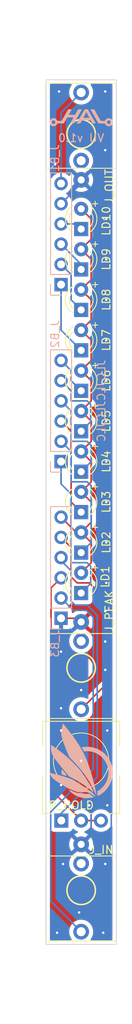
<source format=kicad_pcb>
(kicad_pcb (version 20240108) (generator "pcbnew") (generator_version "8.0")
  (title_block (rev "v1.0"))
  (layers (0 "F.Cu" signal) (31 "B.Cu" signal) (34 "B.Paste" user) (35 "F.Paste" user) (36 "B.SilkS" user "B.Silkscreen") (37 "F.SilkS" user "F.Silkscreen") (38 "B.Mask" user) (39 "F.Mask" user) (44 "Edge.Cuts" user))
  (net 0 "")
  (net 1 "GND")
  (net 2 "+5V")
  (net 3 "Net-(J_B2-Pin_6)")
  (net 4 "Net-(J_B1-Pin_1)")
  (net 5 "Net-(J_B1-Pin_2)")
  (net 6 "Net-(J_B2-Pin_1)")
  (net 7 "Net-(J_B1-Pin_4)")
  (net 8 "Net-(J_B1-Pin_3)")
  (net 9 "Net-(J_B2-Pin_2)")
  (net 10 "Net-(J_B2-Pin_3)")
  (net 11 "Net-(J_B2-Pin_4)")
  (net 12 "Net-(J_B2-Pin_5)")
  (net 13 "Net-(J_B3-Pin_4)")
  (net 14 "Net-(J_B3-Pin_3)")
  (net 16 "Net-(J_B3-Pin_5)")
  (net 17 "Net-(J_B1-Pin_6)")
  (net 19 "Net-(J_B3-Pin_2)")
  (footprint "LED_THT:LED_D3.0mm_FlatTop" (layer "F.Cu") (at 88.9 63.5 90)
    (property "Reference" "LD8" (at 1.275 3.175 90) (layer "F.SilkS"))
    (property "Value" "LED (ORANGE)")
    (pad "1" thru_hole rect (at 0 0 90) (size 1.8 1.8) (drill 0.9) (layers "*.Cu" "*.Mask") (net 5 "Net-(J_B1-Pin_2)"))
    (pad "2" thru_hole circle (at 2.54 0 90) (size 1.8 1.8) (drill 0.9) (layers "*.Cu" "*.Mask") (net 2 "+5V"))
  )
  (footprint "LED_THT:LED_D3.0mm_FlatTop" (layer "F.Cu") (at 88.9 99.065 90)
    (property "Reference" "LD1" (at 2.037 3.048 90) (layer "F.SilkS"))
    (property "Value" "LED (YELLOW)")
    (pad "1" thru_hole rect (at 0 0 90) (size 1.8 1.8) (drill 0.9) (layers "*.Cu" "*.Mask") (net 6 "Net-(J_B2-Pin_1)"))
    (pad "2" thru_hole circle (at 2.54 0 90) (size 1.8 1.8) (drill 0.9) (layers "*.Cu" "*.Mask") (net 2 "+5V"))
  )
  (footprint "LED_THT:LED_D3.0mm_FlatTop" (layer "F.Cu") (at 88.9 53.345 90)
    (property "Reference" "LD10" (at 1.021 3.175 90) (layer "F.SilkS"))
    (property "Value" "LED (RED)")
    (pad "1" thru_hole rect (at 0 0 90) (size 1.8 1.8) (drill 0.9) (layers "*.Cu" "*.Mask") (net 7 "Net-(J_B1-Pin_4)"))
    (pad "2" thru_hole circle (at 2.54 0 90) (size 1.8 1.8) (drill 0.9) (layers "*.Cu" "*.Mask") (net 2 "+5V"))
  )
  (footprint "Eurorack:PJ301M-12" (layer "F.Cu") (at 88.9 136.398 180)
    (property "Reference" "J_IN" (at -2.54 5.08 0) (layer "F.SilkS"))
    (property "Value" "PJ301M-12" (hide yes))
    (pad "GND" thru_hole circle (at 0 5.766 180) (size 2 2) (drill 0.9) (layers "*.Cu" "*.Mask") (net 1 "GND"))
    (pad "SIG" thru_hole circle (at 0 -5.207 180) (size 2 2) (drill 1.15) (layers "*.Cu" "*.Mask") (net 19 "Net-(J_B3-Pin_2)"))
    (pad "SW" thru_hole circle (at 0 3.353 180) (size 2 2) (drill 1.14) (layers "*.Cu" "*.Mask"))
    (zone (net 0) (net_name "") (layer "F.Cu") (connect_pads (clearance 0)) (min_thickness 0.254)
      (keepout (tracks not_allowed) (vias not_allowed) (pads not_allowed) (copperpour not_allowed) (footprints allowed))
      (fill (thermal_gap 0.508) (thermal_bridge_width 0.508))
      (polygon (pts (xy 87.394859 136.398) (xy 87.41507 136.643829) (xy 87.475159 136.883055) (xy 87.573514 137.109256) (xy 87.707492 137.316355) (xy 87.873496 137.49879) (xy 88.067068 137.651664) (xy 88.283008 137.770869) (xy 88.515518 137.853206) (xy 88.758354 137.896461) (xy 89.004993 137.899475) (xy 89.248813 137.862165) (xy 89.483266 137.785534) (xy 89.702054 137.67164) (xy 89.899303 137.523542) (xy 90.069714 137.345216) (xy 90.208712 137.141452) (xy 90.312564 136.917722) (xy 90.378481 136.680035) (xy 90.404692 136.434774) (xy 90.390493 136.188525) (xy 90.336266 135.947901) (xy 90.243468 135.719366) (xy 90.114589 135.509055) (xy 89.953092 135.322618) (xy 89.763313 135.165061) (xy 89.55035 135.040615) (xy 89.319921 134.952623) (xy 89.078215 134.903447) (xy 88.831722 134.894408) (xy 88.587064 134.92575) (xy 88.350809 134.99663) (xy 88.129303 135.105144) (xy 87.928495 135.248379) (xy 87.753777 135.422488) (xy 87.609842 135.622795) (xy 87.500555 135.843921) (xy 87.428851 136.079926) (xy 87.396656 136.324474)))
    )
  )
  (footprint "LED_THT:LED_D3.0mm_FlatTop" (layer "F.Cu") (at 88.9 88.9 90)
    (property "Reference" "LD3" (at 1.275 3.17 90) (layer "F.SilkS"))
    (property "Value" "LED (YELLOW)")
    (pad "1" thru_hole rect (at 0 0 90) (size 1.8 1.8) (drill 0.9) (layers "*.Cu" "*.Mask") (net 10 "Net-(J_B2-Pin_3)"))
    (pad "2" thru_hole circle (at 2.54 0 90) (size 1.8 1.8) (drill 0.9) (layers "*.Cu" "*.Mask") (net 2 "+5V"))
  )
  (footprint "LED_THT:LED_D3.0mm_FlatTop" (layer "F.Cu") (at 88.9 78.745 90)
    (property "Reference" "LD5" (at 1.275 3.175 90) (layer "F.SilkS"))
    (property "Value" "LED (YELLOW)")
    (pad "1" thru_hole rect (at 0 0 90) (size 1.8 1.8) (drill 0.9) (layers "*.Cu" "*.Mask") (net 12 "Net-(J_B2-Pin_5)"))
    (pad "2" thru_hole circle (at 2.54 0 90) (size 1.8 1.8) (drill 0.9) (layers "*.Cu" "*.Mask") (net 2 "+5V"))
  )
  (footprint "Eurorack:PJ301M-12" (layer "F.Cu") (at 88.9 41.402)
    (property "Reference" "J_OUT" (at 3.556 6.604 90) (layer "F.SilkS"))
    (property "Value" "PJ301M-12" (hide yes))
    (pad "GND" thru_hole circle (at 0 5.766) (size 2 2) (drill 0.9) (layers "*.Cu" "*.Mask") (net 1 "GND"))
    (pad "SIG" thru_hole circle (at 0 -5.207) (size 2 2) (drill 1.15) (layers "*.Cu" "*.Mask") (net 17 "Net-(J_B1-Pin_6)"))
    (pad "SW" thru_hole circle (at 0 3.353) (size 2 2) (drill 1.14) (layers "*.Cu" "*.Mask"))
    (zone (net 0) (net_name "") (layer "F.Cu") (connect_pads (clearance 0)) (min_thickness 0.254)
      (keepout (tracks not_allowed) (vias not_allowed) (pads not_allowed) (copperpour not_allowed) (footprints allowed))
      (fill (thermal_gap 0.508) (thermal_bridge_width 0.508))
      (polygon (pts (xy 90.405141 41.402) (xy 90.38493 41.156171) (xy 90.324841 40.916945) (xy 90.226486 40.690744) (xy 90.092508 40.483645) (xy 89.926504 40.30121) (xy 89.732932 40.148336) (xy 89.516992 40.029131) (xy 89.284482 39.946794) (xy 89.041646 39.903539) (xy 88.795007 39.900525) (xy 88.551187 39.937835) (xy 88.316734 40.014466) (xy 88.097946 40.12836) (xy 87.900697 40.276458) (xy 87.730286 40.454784) (xy 87.591288 40.658548) (xy 87.487436 40.882278) (xy 87.421519 41.119965) (xy 87.395308 41.365226) (xy 87.409507 41.611475) (xy 87.463734 41.852099) (xy 87.556532 42.080634) (xy 87.685411 42.290945) (xy 87.846908 42.477382) (xy 88.036687 42.634939) (xy 88.24965 42.759385) (xy 88.480079 42.847377) (xy 88.721785 42.896553) (xy 88.968278 42.905592) (xy 89.212936 42.87425) (xy 89.449191 42.80337) (xy 89.670697 42.694856) (xy 89.871505 42.551621) (xy 90.046223 42.377512) (xy 90.190158 42.177205) (xy 90.299445 41.956079) (xy 90.371149 41.720074) (xy 90.403344 41.475526)))
    )
  )
  (footprint "LED_THT:LED_D3.0mm_FlatTop" (layer "F.Cu") (at 88.9 93.985 90)
    (property "Reference" "LD2" (at 1.275 3.175 90) (layer "F.SilkS"))
    (property "Value" "LED (YELLOW)")
    (pad "1" thru_hole rect (at 0 0 90) (size 1.8 1.8) (drill 0.9) (layers "*.Cu" "*.Mask") (net 9 "Net-(J_B2-Pin_2)"))
    (pad "2" thru_hole circle (at 2.54 0 90) (size 1.8 1.8) (drill 0.9) (layers "*.Cu" "*.Mask") (net 2 "+5V"))
  )
  (footprint "LED_THT:LED_D3.0mm_FlatTop" (layer "F.Cu") (at 88.9 68.58 90)
    (property "Reference" "LD7" (at 1.275 3.17 90) (layer "F.SilkS"))
    (property "Value" "LED (ORANGE)")
    (pad "1" thru_hole rect (at 0 0 90) (size 1.8 1.8) (drill 0.9) (layers "*.Cu" "*.Mask") (net 4 "Net-(J_B1-Pin_1)"))
    (pad "2" thru_hole circle (at 2.54 0 90) (size 1.8 1.8) (drill 0.9) (layers "*.Cu" "*.Mask") (net 2 "+5V"))
  )
  (footprint "Eurorack:Potentiometer Alpha RD901F-40-00D NoSides" (layer "F.Cu") (at 88.9 120.145 90)
    (property "Reference" "P_HOLD" (at -5.585 -1.2352 0) (layer "F.SilkS"))
    (property "Value" "A1M" (hide yes))
    (pad "1" thru_hole rect (at -7.5 -2.5052 180) (size 1.8 1.8) (drill 1) (layers "*.Cu" "*.Mask") (net 13 "Net-(J_B3-Pin_4)"))
    (pad "2" thru_hole circle (at -7.5 -0.0052 180) (size 1.8 1.8) (drill 1) (layers "*.Cu" "*.Mask") (net 14 "Net-(J_B3-Pin_3)"))
    (pad "3" thru_hole circle (at -7.5 2.4948 180) (size 1.8 1.8) (drill 1) (layers "*.Cu" "*.Mask") (net 14 "Net-(J_B3-Pin_3)"))
  )
  (footprint "Eurorack:PJ301M-12" (layer "F.Cu") (at 88.9 108.458 180)
    (property "Reference" "J_PEAK" (at -3.556 7.112 90) (layer "F.SilkS"))
    (property "Value" "PJ301M-12" (hide yes))
    (pad "GND" thru_hole circle (at 0 5.766 180) (size 2 2) (drill 0.9) (layers "*.Cu" "*.Mask") (net 1 "GND"))
    (pad "SIG" thru_hole circle (at 0 -5.207 180) (size 2 2) (drill 1.15) (layers "*.Cu" "*.Mask") (net 16 "Net-(J_B3-Pin_5)"))
    (pad "SW" thru_hole circle (at 0 3.353 180) (size 2 2) (drill 1.14) (layers "*.Cu" "*.Mask"))
    (zone (net 0) (net_name "") (layer "F.Cu") (connect_pads (clearance 0)) (min_thickness 0.254)
      (keepout (tracks not_allowed) (vias not_allowed) (pads not_allowed) (copperpour not_allowed) (footprints allowed))
      (fill (thermal_gap 0.508) (thermal_bridge_width 0.508))
      (polygon (pts (xy 87.394859 108.458) (xy 87.41507 108.703829) (xy 87.475159 108.943055) (xy 87.573514 109.169256) (xy 87.707492 109.376355) (xy 87.873496 109.55879) (xy 88.067068 109.711664) (xy 88.283008 109.830869) (xy 88.515518 109.913206) (xy 88.758354 109.956461) (xy 89.004993 109.959475) (xy 89.248813 109.922165) (xy 89.483266 109.845534) (xy 89.702054 109.73164) (xy 89.899303 109.583542) (xy 90.069714 109.405216) (xy 90.208712 109.201452) (xy 90.312564 108.977722) (xy 90.378481 108.740035) (xy 90.404692 108.494774) (xy 90.390493 108.248525) (xy 90.336266 108.007901) (xy 90.243468 107.779366) (xy 90.114589 107.569055) (xy 89.953092 107.382618) (xy 89.763313 107.225061) (xy 89.55035 107.100615) (xy 89.319921 107.012623) (xy 89.078215 106.963447) (xy 88.831722 106.954408) (xy 88.587064 106.98575) (xy 88.350809 107.05663) (xy 88.129303 107.165144) (xy 87.928495 107.308379) (xy 87.753777 107.482488) (xy 87.609842 107.682795) (xy 87.500555 107.903921) (xy 87.428851 108.139926) (xy 87.396656 108.384474)))
    )
  )
  (footprint "LED_THT:LED_D3.0mm_FlatTop" (layer "F.Cu") (at 88.9 73.665 90)
    (property "Reference" "LD6" (at 1.275 3.175 90) (layer "F.SilkS"))
    (property "Value" "LED (ORANGE)")
    (pad "1" thru_hole rect (at 0 0 90) (size 1.8 1.8) (drill 0.9) (layers "*.Cu" "*.Mask") (net 3 "Net-(J_B2-Pin_6)"))
    (pad "2" thru_hole circle (at 2.54 0 90) (size 1.8 1.8) (drill 0.9) (layers "*.Cu" "*.Mask") (net 2 "+5V"))
  )
  (footprint "LED_THT:LED_D3.0mm_FlatTop" (layer "F.Cu") (at 88.9 83.825 90)
    (property "Reference" "LD4" (at 1.275 3.175 90) (layer "F.SilkS"))
    (property "Value" "LED (YELLOW)")
    (pad "1" thru_hole rect (at 0 0 90) (size 1.8 1.8) (drill 0.9) (layers "*.Cu" "*.Mask") (net 11 "Net-(J_B2-Pin_4)"))
    (pad "2" thru_hole circle (at 2.54 0 90) (size 1.8 1.8) (drill 0.9) (layers "*.Cu" "*.Mask") (net 2 "+5V"))
  )
  (footprint "LED_THT:LED_D3.0mm_FlatTop" (layer "F.Cu") (at 88.9 58.42 90)
    (property "Reference" "LD9" (at 1.275 3.175 90) (layer "F.SilkS"))
    (property "Value" "LED (RED)")
    (pad "1" thru_hole rect (at 0 0 90) (size 1.8 1.8) (drill 0.9) (layers "*.Cu" "*.Mask") (net 8 "Net-(J_B1-Pin_3)"))
    (pad "2" thru_hole circle (at 2.54 0 90) (size 1.8 1.8) (drill 0.9) (layers "*.Cu" "*.Mask") (net 2 "+5V"))
  )
  (footprint "Connector_PinHeader_2.54mm:PinHeader_1x06_P2.54mm_Vertical" (layer "B.Cu") (at 86.36 60.325)
    (property "Reference" "J_B1" (at -0.762 -15.875 90) (layer "B.SilkS") (effects (justify mirror)))
    (property "Value" "Conn_01x06_Female")
    (pad "1" thru_hole rect (at 0 0) (size 1.7 1.7) (drill 1) (layers "*.Cu" "*.Mask") (net 4 "Net-(J_B1-Pin_1)"))
    (pad "2" thru_hole oval (at 0 -2.54) (size 1.7 1.7) (drill 1) (layers "*.Cu" "*.Mask") (net 5 "Net-(J_B1-Pin_2)"))
    (pad "3" thru_hole oval (at 0 -5.08) (size 1.7 1.7) (drill 1) (layers "*.Cu" "*.Mask") (net 8 "Net-(J_B1-Pin_3)"))
    (pad "4" thru_hole oval (at 0 -7.62) (size 1.7 1.7) (drill 1) (layers "*.Cu" "*.Mask") (net 7 "Net-(J_B1-Pin_4)"))
    (pad "5" thru_hole oval (at 0 -10.16) (size 1.7 1.7) (drill 1) (layers "*.Cu" "*.Mask") (net 1 "GND"))
    (pad "6" thru_hole oval (at 0 -12.7) (size 1.7 1.7) (drill 1) (layers "*.Cu" "*.Mask") (net 17 "Net-(J_B1-Pin_6)"))
  )
  (footprint "Connector_PinHeader_2.54mm:PinHeader_1x06_P2.54mm_Vertical" (layer "B.Cu") (at 86.36 102.235)
    (property "Reference" "J_B3" (at -0.762 3.175 90) (layer "B.SilkS") (effects (justify mirror)))
    (property "Value" "Conn_01x06_Female")
    (pad "1" thru_hole rect (at 0 0) (size 1.7 1.7) (drill 1) (layers "*.Cu" "*.Mask") (net 1 "GND"))
    (pad "2" thru_hole oval (at 0 -2.54) (size 1.7 1.7) (drill 1) (layers "*.Cu" "*.Mask") (net 19 "Net-(J_B3-Pin_2)"))
    (pad "3" thru_hole oval (at 0 -5.08) (size 1.7 1.7) (drill 1) (layers "*.Cu" "*.Mask") (net 14 "Net-(J_B3-Pin_3)"))
    (pad "4" thru_hole oval (at 0 -7.62) (size 1.7 1.7) (drill 1) (layers "*.Cu" "*.Mask") (net 13 "Net-(J_B3-Pin_4)"))
    (pad "5" thru_hole oval (at 0 -10.16) (size 1.7 1.7) (drill 1) (layers "*.Cu" "*.Mask") (net 16 "Net-(J_B3-Pin_5)"))
    (pad "6" thru_hole oval (at 0 -12.7) (size 1.7 1.7) (drill 1) (layers "*.Cu" "*.Mask") (net 2 "+5V"))
  )
  (footprint "Logos:Avalon Harmonics Small 8mm" (layer "B.Cu") (at 88.9 39.37 180)
    (property "Reference" "G***" (hide yes))
    (property "Value" "LOGO" (hide yes))
  )
  (footprint "Connector_PinHeader_2.54mm:PinHeader_1x06_P2.54mm_Vertical" (layer "B.Cu") (at 86.36 82.55)
    (property "Reference" "J_B2" (at -0.762 -16.002 90) (layer "B.SilkS") (effects (justify mirror)))
    (property "Value" "Conn_01x06_Female")
    (pad "1" thru_hole rect (at 0 0) (size 1.7 1.7) (drill 1) (layers "*.Cu" "*.Mask") (net 6 "Net-(J_B2-Pin_1)"))
    (pad "2" thru_hole oval (at 0 -2.54) (size 1.7 1.7) (drill 1) (layers "*.Cu" "*.Mask") (net 9 "Net-(J_B2-Pin_2)"))
    (pad "3" thru_hole oval (at 0 -5.08) (size 1.7 1.7) (drill 1) (layers "*.Cu" "*.Mask") (net 10 "Net-(J_B2-Pin_3)"))
    (pad "4" thru_hole oval (at 0 -7.62) (size 1.7 1.7) (drill 1) (layers "*.Cu" "*.Mask") (net 11 "Net-(J_B2-Pin_4)"))
    (pad "5" thru_hole oval (at 0 -10.16) (size 1.7 1.7) (drill 1) (layers "*.Cu" "*.Mask") (net 12 "Net-(J_B2-Pin_5)"))
    (pad "6" thru_hole oval (at 0 -12.7) (size 1.7 1.7) (drill 1) (layers "*.Cu" "*.Mask") (net 3 "Net-(J_B2-Pin_6)"))
  )
  (footprint "Logos:Avali Logo 8mm" (layer "B.Cu") (at 88.9 120.142 180)
    (property "Reference" "G***" (hide yes))
    (property "Value" "LOGO" (hide yes))
  )
  (gr_rect (start 84.45 34.6) (end 93.35 143.2) (stroke (width 0.1)) (fill none) (layer "Edge.Cuts"))
  (gr_text "JLCJLCJLCJLC" (at 91.44 74.93 90) (layer "B.SilkS") (effects (font (size 1 1)) (justify mirror)))
  (gr_text "VU v1.0" (at 88.9 41.91 0) (layer "B.SilkS") (effects (font (size 1 1)) (justify mirror)))
  (segment (start 86.36 106.426) (end 86.36 105.232) (width 0.2) (layer "F.Cu") (net 1))
  (segment (start 86.36 105.232) (end 88.9 102.692) (width 0.2) (layer "F.Cu") (net 1))
  (segment (start 86.36 106.426) (end 86.36 102.235) (width 0.2) (layer "F.Cu") (net 1))
  (segment (start 86.36 102.235) (end 88.443 102.235) (width 0.2) (layer "F.Cu") (net 1))
  (segment (start 88.443 102.235) (end 88.9 102.692) (width 0.2) (layer "F.Cu") (net 1))
  (via (at 91.948 108.712) (size 0.6) (drill 0.3) (layers "F.Cu" "B.Cu") (net 1))
  (via (at 92.202 116.332) (size 0.6) (drill 0.3) (layers "F.Cu" "B.Cu") (net 1))
  (via (at 91.694 141.732) (size 0.6) (drill 0.3) (layers "F.Cu" "B.Cu") (net 1))
  (via (at 91.948 105.156) (size 0.6) (drill 0.3) (layers "F.Cu" "B.Cu") (net 1))
  (via (at 86.36 123.19) (size 0.6) (drill 0.3) (layers "F.Cu" "B.Cu") (net 1))
  (via (at 88.9 120.142) (size 0.6) (drill 0.3) (layers "F.Cu" "B.Cu") (net 1))
  (via (at 92.075 62.23) (size 0.6) (drill 0.3) (layers "F.Cu" "B.Cu") (net 1))
  (via (at 86.106 36.068) (size 0.6) (drill 0.3) (layers "F.Cu" "B.Cu") (net 1))
  (via (at 92.075 67.31) (size 0.6) (drill 0.3) (layers "F.Cu" "B.Cu") (net 1))
  (via (at 92.075 57.15) (size 0.6) (drill 0.3) (layers "F.Cu" "B.Cu") (net 1))
  (via (at 92.075 77.47) (size 0.6) (drill 0.3) (layers "F.Cu" "B.Cu") (net 1))
  (via (at 92.202 125.73) (size 0.6) (drill 0.3) (layers "F.Cu" "B.Cu") (net 1))
  (via (at 88.9 111.252) (size 0.6) (drill 0.3) (layers "F.Cu" "B.Cu") (net 1))
  (via (at 89.916 125.73) (size 0.6) (drill 0.3) (layers "F.Cu" "B.Cu") (net 1))
  (via (at 92.075 82.55) (size 0.6) (drill 0.3) (layers "F.Cu" "B.Cu") (net 1))
  (via (at 85.598 45.212) (size 0.6) (drill 0.3) (layers "F.Cu" "B.Cu") (net 1))
  (via (at 86.614 133.096) (size 0.6) (drill 0.3) (layers "F.Cu" "B.Cu") (net 1))
  (via (at 92.075 52.07) (size 0.6) (drill 0.3) (layers "F.Cu" "B.Cu") (net 1))
  (via (at 91.948 36.068) (size 0.6) (drill 0.3) (layers "F.Cu" "B.Cu") (net 1))
  (via (at 88.646 139.192) (size 0.6) (drill 0.3) (layers "F.Cu" "B.Cu") (net 1))
  (via (at 91.948 133.096) (size 0.6) (drill 0.3) (layers "F.Cu" "B.Cu") (net 1))
  (via (at 86.36 116.332) (size 0.6) (drill 0.3) (layers "F.Cu" "B.Cu") (net 1))
  (via (at 92.075 97.79) (size 0.6) (drill 0.3) (layers "F.Cu" "B.Cu") (net 1))
  (via (at 91.948 43.434) (size 0.6) (drill 0.3) (layers "F.Cu" "B.Cu") (net 1))
  (via (at 92.075 92.71) (size 0.6) (drill 0.3) (layers "F.Cu" "B.Cu") (net 1))
  (via (at 86.36 113.538) (size 0.6) (drill 0.3) (layers "F.Cu" "B.Cu") (net 1))
  (via (at 92.075 72.39) (size 0.6) (drill 0.3) (layers "F.Cu" "B.Cu") (net 1))
  (via (at 92.075 87.63) (size 0.6) (drill 0.3) (layers "F.Cu" "B.Cu") (net 1))
  (via (at 86.36 106.426) (size 0.6) (drill 0.3) (layers "F.Cu" "B.Cu") (net 1))
  (via (at 85.852 141.732) (size 0.6) (drill 0.3) (layers "F.Cu" "B.Cu") (net 1))
  (via (at 91.948 101.346) (size 0.6) (drill 0.3) (layers "F.Cu" "B.Cu") (net 1))
  (segment (start 92.71 132.334) (end 92.71 126.238) (width 0.2) (layer "B.Cu") (net 1))
  (segment (start 90.16 129.372) (end 90.16 125.974) (width 0.2) (layer "B.Cu") (net 1))
  (segment (start 91.948 133.096) (end 92.71 132.334) (width 0.2) (layer "B.Cu") (net 1))
  (segment (start 90.16 125.974) (end 89.916 125.73) (width 0.2) (layer "B.Cu") (net 1))
  (segment (start 88.9 130.632) (end 90.16 129.372) (width 0.2) (layer "B.Cu") (net 1))
  (segment (start 86.36 50.165) (end 88.9 47.625) (width 0.2) (layer "B.Cu") (net 1))
  (segment (start 88.9 47.625) (end 88.9 47.168) (width 0.2) (layer "B.Cu") (net 1))
  (segment (start 92.71 126.238) (end 92.202 125.73) (width 0.2) (layer "B.Cu") (net 1))
  (segment (start 88.9 76.205) (end 90.17 74.935) (width 0.2) (layer "F.Cu") (net 2))
  (segment (start 90.17 62.235) (end 88.9 60.965) (width 0.2) (layer "F.Cu") (net 2))
  (segment (start 88.9 91.445) (end 90.17 92.715) (width 0.2) (layer "F.Cu") (net 2))
  (segment (start 90.17 54.615) (end 90.17 52.075) (width 0.2) (layer "F.Cu") (net 2))
  (segment (start 90.17 59.695) (end 90.17 57.155) (width 0.2) (layer "F.Cu") (net 2))
  (segment (start 88.9 81.285) (end 90.17 80.015) (width 0.2) (layer "F.Cu") (net 2))
  (segment (start 88.9 91.445) (end 90.17 90.175) (width 0.2) (layer "F.Cu") (net 2))
  (segment (start 90.17 64.78) (end 90.17 62.235) (width 0.2) (layer "F.Cu") (net 2))
  (segment (start 90.17 90.175) (end 90.17 87.63) (width 0.2) (layer "F.Cu") (net 2))
  (segment (start 90.17 92.715) (end 90.17 95.255) (width 0.2) (layer "F.Cu") (net 2))
  (segment (start 90.17 87.63) (end 88.905 86.365) (width 0.2) (layer "F.Cu") (net 2))
  (segment (start 88.9 55.885) (end 90.17 54.615) (width 0.2) (layer "F.Cu") (net 2))
  (segment (start 88.9 71.125) (end 90.17 69.855) (width 0.2) (layer "F.Cu") (net 2))
  (segment (start 88.905 66.045) (end 90.17 64.78) (width 0.2) (layer "F.Cu") (net 2))
  (segment (start 90.17 57.155) (end 88.9 55.885) (width 0.2) (layer "F.Cu") (net 2))
  (segment (start 90.17 82.555) (end 88.9 81.285) (width 0.2) (layer "F.Cu") (net 2))
  (segment (start 90.17 67.31) (end 88.905 66.045) (width 0.2) (layer "F.Cu") (net 2))
  (segment (start 90.17 72.395) (end 88.9 71.125) (width 0.2) (layer "F.Cu") (net 2))
  (segment (start 88.9 60.965) (end 90.17 59.695) (width 0.2) (layer "F.Cu") (net 2))
  (segment (start 90.17 95.255) (end 88.9 96.525) (width 0.2) (layer "F.Cu") (net 2))
  (segment (start 86.36 89.535) (end 88.27 91.445) (width 0.2) (layer "F.Cu") (net 2))
  (segment (start 90.17 77.475) (end 88.9 76.205) (width 0.2) (layer "F.Cu") (net 2))
  (segment (start 90.17 85.1) (end 90.17 82.555) (width 0.2) (layer "F.Cu") (net 2))
  (segment (start 90.17 69.855) (end 90.17 67.31) (width 0.2) (layer "F.Cu") (net 2))
  (segment (start 90.17 52.075) (end 88.9 50.805) (width 0.2) (layer "F.Cu") (net 2))
  (segment (start 88.905 86.365) (end 90.17 85.1) (width 0.2) (layer "F.Cu") (net 2))
  (segment (start 90.17 74.935) (end 90.17 72.395) (width 0.2) (layer "F.Cu") (net 2))
  (segment (start 88.27 91.445) (end 88.9 91.445) (width 0.2) (layer "F.Cu") (net 2))
  (segment (start 90.17 80.015) (end 90.17 77.475) (width 0.2) (layer "F.Cu") (net 2))
  (segment (start 87.63 71.12) (end 87.63 72.395) (width 0.2) (layer "B.Cu") (net 3))
  (segment (start 87.63 72.395) (end 88.9 73.665) (width 0.2) (layer "B.Cu") (net 3))
  (segment (start 86.36 69.85) (end 87.63 71.12) (width 0.2) (layer "B.Cu") (net 3))
  (segment (start 86.36 66.04) (end 88.905 68.585) (width 0.2) (layer "B.Cu") (net 4))
  (segment (start 86.36 60.325) (end 86.36 66.04) (width 0.2) (layer "B.Cu") (net 4))
  (segment (start 87.63 59.055) (end 87.63 62.235) (width 0.2) (layer "B.Cu") (net 5))
  (segment (start 86.36 57.785) (end 87.63 59.055) (width 0.2) (layer "B.Cu") (net 5))
  (segment (start 87.63 62.235) (end 88.9 63.505) (width 0.2) (layer "B.Cu") (net 5))
  (segment (start 89.662 95.25) (end 87.63 95.25) (width 0.2) (layer "B.Cu") (net 6))
  (segment (start 86.36 85.354) (end 86.36 82.55) (width 0.2) (layer "B.Cu") (net 6))
  (segment (start 90.1 95.688) (end 89.662 95.25) (width 0.2) (layer "B.Cu") (net 6))
  (segment (start 88.9 99.065) (end 90.1 97.865) (width 0.2) (layer "B.Cu") (net 6))
  (segment (start 87.63 86.624) (end 86.36 85.354) (width 0.2) (layer "B.Cu") (net 6))
  (segment (start 87.63 95.25) (end 87.63 86.624) (width 0.2) (layer "B.Cu") (net 6))
  (segment (start 90.1 97.865) (end 90.1 95.688) (width 0.2) (layer "B.Cu") (net 6))
  (segment (start 88.26 52.705) (end 88.9 53.345) (width 0.2) (layer "B.Cu") (net 7))
  (segment (start 86.36 52.705) (end 88.26 52.705) (width 0.2) (layer "B.Cu") (net 7))
  (segment (start 86.36 55.245) (end 88.9 57.785) (width 0.2) (layer "B.Cu") (net 8))
  (segment (start 88.9 57.785) (end 88.9 58.425) (width 0.2) (layer "B.Cu") (net 8))
  (segment (start 86.36 80.01) (end 87.63 81.28) (width 0.2) (layer "B.Cu") (net 9))
  (segment (start 89.662 85.09) (end 90.17 85.598) (width 0.2) (layer "B.Cu") (net 9))
  (segment (start 90.17 85.598) (end 90.17 92.715) (width 0.2) (layer "B.Cu") (net 9))
  (segment (start 87.63 85.09) (end 89.662 85.09) (width 0.2) (layer "B.Cu") (net 9))
  (segment (start 90.17 92.715) (end 88.9 93.985) (width 0.2) (layer "B.Cu") (net 9))
  (segment (start 87.63 81.28) (end 87.63 85.09) (width 0.2) (layer "B.Cu") (net 9))
  (segment (start 87.63 78.74) (end 87.63 87.63) (width 0.2) (layer "F.Cu") (net 10))
  (segment (start 86.36 77.47) (end 87.63 78.74) (width 0.2) (layer "F.Cu") (net 10))
  (segment (start 87.63 87.63) (end 88.905 88.905) (width 0.2) (layer "F.Cu") (net 10))
  (segment (start 89.6445 80.01) (end 90.17 80.5355) (width 0.2) (layer "B.Cu") (net 11))
  (segment (start 87.63 76.2) (end 87.63 80.01) (width 0.2) (layer "B.Cu") (net 11))
  (segment (start 86.36 74.93) (end 87.63 76.2) (width 0.2) (layer "B.Cu") (net 11))
  (segment (start 90.17 82.555) (end 88.9 83.825) (width 0.2) (layer "B.Cu") (net 11))
  (segment (start 90.17 80.5355) (end 90.17 82.555) (width 0.2) (layer "B.Cu") (net 11))
  (segment (start 87.63 80.01) (end 89.6445 80.01) (width 0.2) (layer "B.Cu") (net 11))
  (segment (start 90.1 75.368) (end 90.1 77.545) (width 0.2) (layer "B.Cu") (net 12))
  (segment (start 87.63 74.93) (end 89.662 74.93) (width 0.2) (layer "B.Cu") (net 12))
  (segment (start 90.1 77.545) (end 88.9 78.745) (width 0.2) (layer "B.Cu") (net 12))
  (segment (start 87.63 73.66) (end 87.63 74.93) (width 0.2) (layer "B.Cu") (net 12))
  (segment (start 89.662 74.93) (end 90.1 75.368) (width 0.2) (layer "B.Cu") (net 12))
  (segment (start 86.36 72.39) (end 87.63 73.66) (width 0.2) (layer "B.Cu") (net 12))
  (segment (start 89.662 100.584) (end 90.932 101.854) (width 0.2) (layer "B.Cu") (net 13))
  (segment (start 87.63 96.266) (end 87.63 100.076) (width 0.2) (layer "B.Cu") (net 13))
  (segment (start 90.932 122.174) (end 86.36 126.746) (width 0.2) (layer "B.Cu") (net 13))
  (segment (start 87.63 100.076) (end 88.138 100.584) (width 0.2) (layer "B.Cu") (net 13))
  (segment (start 86.36 94.996) (end 87.63 96.266) (width 0.2) (layer "B.Cu") (net 13))
  (segment (start 86.36 126.746) (end 86.36 127.645) (width 0.2) (layer "B.Cu") (net 13))
  (segment (start 86.36 94.615) (end 86.36 94.996) (width 0.2) (layer "B.Cu") (net 13))
  (segment (start 90.932 101.854) (end 90.932 122.174) (width 0.2) (layer "B.Cu") (net 13))
  (segment (start 88.138 100.584) (end 89.662 100.584) (width 0.2) (layer "B.Cu") (net 13))
  (segment (start 88.86 127.548) (end 85.09 123.778) (width 0.2) (layer "F.Cu") (net 14))
  (segment (start 85.09 123.778) (end 85.09 98.425) (width 0.2) (layer "F.Cu") (net 14))
  (segment (start 88.86 127.645) (end 88.86 127.548) (width 0.2) (layer "F.Cu") (net 14))
  (segment (start 91.36 127.645) (end 88.86 127.645) (width 0.2) (layer "F.Cu") (net 14))
  (segment (start 85.09 98.425) (end 86.36 97.155) (width 0.2) (layer "F.Cu") (net 14))
  (segment (start 87.63 93.345) (end 87.63 97.028) (width 0.2) (layer "F.Cu") (net 16))
  (segment (start 89.916 97.79) (end 92.75 100.624) (width 0.2) (layer "F.Cu") (net 16))
  (segment (start 92.75 109.815) (end 88.9 113.665) (width 0.2) (layer "F.Cu") (net 16))
  (segment (start 92.75 100.624) (end 92.75 109.815) (width 0.2) (layer "F.Cu") (net 16))
  (segment (start 86.36 92.075) (end 87.63 93.345) (width 0.2) (layer "F.Cu") (net 16))
  (segment (start 88.392 97.79) (end 89.916 97.79) (width 0.2) (layer "F.Cu") (net 16))
  (segment (start 87.63 97.028) (end 88.392 97.79) (width 0.2) (layer "F.Cu") (net 16))
  (segment (start 86.36 38.735) (end 88.9 36.195) (width 0.2) (layer "B.Cu") (net 17))
  (segment (start 86.36 47.625) (end 86.36 38.735) (width 0.2) (layer "B.Cu") (net 17))
  (segment (start 85.05 137.755) (end 88.9 141.605) (width 0.2) (layer "B.Cu") (net 19))
  (segment (start 85.05 126.555) (end 85.05 137.755) (width 0.2) (layer "B.Cu") (net 19))
  (segment (start 87.903 101.238) (end 89.554 101.238) (width 0.2) (layer "B.Cu") (net 19))
  (segment (start 90.424 121.181) (end 85.05 126.555) (width 0.2) (layer "B.Cu") (net 19))
  (segment (start 86.36 99.695) (end 87.903 101.238) (width 0.2) (layer "B.Cu") (net 19))
  (segment (start 89.554 101.238) (end 90.424 102.108) (width 0.2) (layer "B.Cu") (net 19))
  (segment (start 90.424 102.108) (end 90.424 121.181) (width 0.2) (layer "B.Cu") (net 19))
  (zone (net 1) (net_name "GND") (layers "F&B.Cu") (connect_pads (clearance 0.508)) (min_thickness 0.254) (fill yes (thermal_gap 0.508) (thermal_bridge_width 0.508))
    (polygon (pts (xy 83.82 34.036) (xy 93.98 34.036) (xy 93.98 143.51) (xy 83.82 143.51)))
  )
)
</source>
